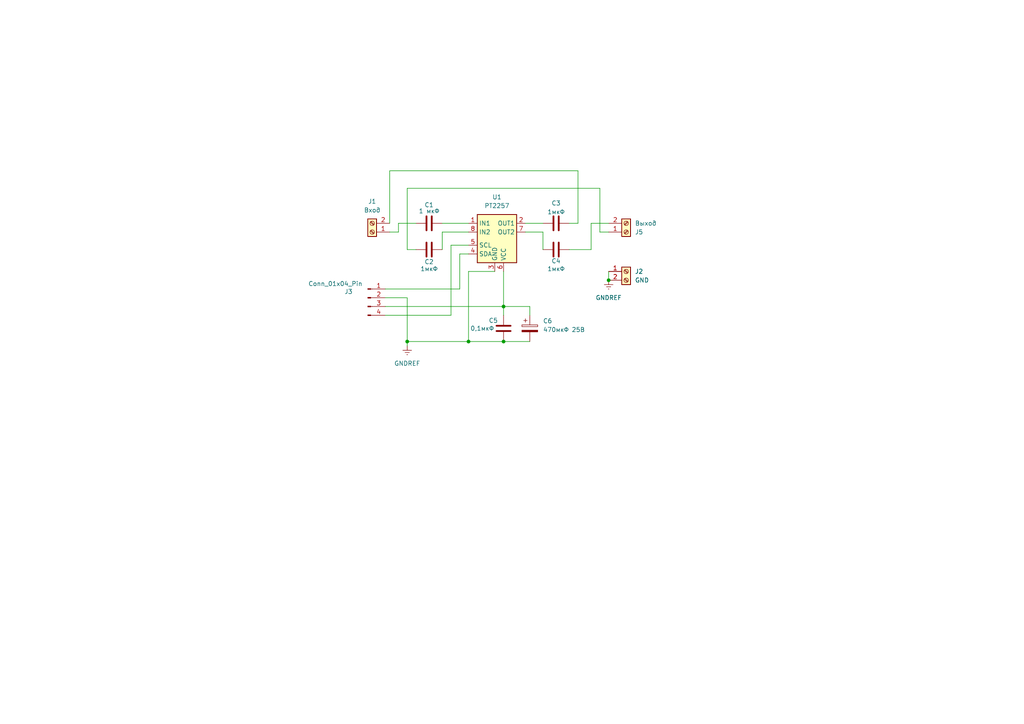
<source format=kicad_sch>
(kicad_sch (version 20250114) (generator "eeschema") (generator_version "9.0")
  (paper "A4")
  (lib_symbols
    (symbol "Connector:Conn_01x04_Pin" (pin_names (offset 1.016) (hide yes))
      (property "Reference" "J" (at 0 5.08 0))
      (property "Value" "Conn_01x04_Pin" (at 0 -7.62 0))
      (symbol "Conn_01x04_Pin_1_1"
        (rectangle (start 0.8636 2.667) (end 0 2.413) (stroke (width 0.1524)) (fill (type outline)))
        (rectangle (start 0.8636 0.127) (end 0 -0.127) (stroke (width 0.1524)) (fill (type outline)))
        (rectangle (start 0.8636 -2.413) (end 0 -2.667) (stroke (width 0.1524)) (fill (type outline)))
        (rectangle (start 0.8636 -4.953) (end 0 -5.207) (stroke (width 0.1524)) (fill (type outline)))
        (polyline (pts (xy 1.27 2.54) (xy 0.8636 2.54)) (stroke (width 0.1524)))
        (polyline (pts (xy 1.27 0) (xy 0.8636 0)) (stroke (width 0.1524)))
        (polyline (pts (xy 1.27 -2.54) (xy 0.8636 -2.54)) (stroke (width 0.1524)))
        (polyline (pts (xy 1.27 -5.08) (xy 0.8636 -5.08)) (stroke (width 0.1524)))
        (pin passive line (at 5.08 2.54 180) (length 3.81) (name "Pin_1") (number "1"))
        (pin passive line (at 5.08 0 180) (length 3.81) (name "Pin_2") (number "2"))
        (pin passive line (at 5.08 -2.54 180) (length 3.81) (name "Pin_3") (number "3"))
        (pin passive line (at 5.08 -5.08 180) (length 3.81) (name "Pin_4") (number "4"))
      )
    )
    (symbol "Connector:Screw_Terminal_01x02" (pin_names (offset 1.016) (hide yes))
      (property "Reference" "J" (at 0 2.54 0))
      (property "Value" "Screw_Terminal_01x02" (at 0 -5.08 0))
      (symbol "Screw_Terminal_01x02_1_1"
        (rectangle (start -1.27 1.27) (end 1.27 -3.81) (stroke (width 0.254)) (fill (type background)))
        (polyline (pts (xy -0.5334 0.3302) (xy 0.3302 -0.508)) (stroke (width 0.1524)))
        (polyline (pts (xy -0.5334 -2.2098) (xy 0.3302 -3.048)) (stroke (width 0.1524)))
        (polyline (pts (xy -0.3556 0.508) (xy 0.508 -0.3302)) (stroke (width 0.1524)))
        (polyline (pts (xy -0.3556 -2.032) (xy 0.508 -2.8702)) (stroke (width 0.1524)))
        (circle (center 0 0) (radius 0.635) (stroke (width 0.1524)))
        (circle (center 0 -2.54) (radius 0.635) (stroke (width 0.1524)))
        (pin passive line (at -5.08 0 0) (length 3.81) (name "Pin_1") (number "1"))
        (pin passive line (at -5.08 -2.54 0) (length 3.81) (name "Pin_2") (number "2"))
      )
    )
    (symbol "Device:C" (pin_numbers (hide yes)) (pin_names (offset 0.254))
      (property "Reference" "C" (at 0.635 2.54 0))
      (property "Value" "C" (at 0.635 -2.54 0))
      (symbol "C_0_1"
        (polyline (pts (xy -2.032 0.762) (xy 2.032 0.762)) (stroke (width 0.508)))
        (polyline (pts (xy -2.032 -0.762) (xy 2.032 -0.762)) (stroke (width 0.508)))
      )
      (symbol "C_1_1"
        (pin passive line (at 0 3.81 270) (length 2.794) (name "~") (number "1"))
        (pin passive line (at 0 -3.81 90) (length 2.794) (name "~") (number "2"))
      )
    )
    (symbol "Device:C_Polarized" (pin_numbers (hide yes)) (pin_names (offset 0.254))
      (property "Reference" "C" (at 0.635 2.54 0))
      (property "Value" "C_Polarized" (at 0.635 -2.54 0))
      (symbol "C_Polarized_0_1"
        (rectangle (start -2.286 0.508) (end 2.286 1.016))
        (polyline (pts (xy -1.778 2.286) (xy -0.762 2.286)))
        (polyline (pts (xy -1.27 2.794) (xy -1.27 1.778)))
        (rectangle (start 2.286 -0.508) (end -2.286 -1.016) (fill (type outline)))
      )
      (symbol "C_Polarized_1_1"
        (pin passive line (at 0 3.81 270) (length 2.794) (name "~") (number "1"))
        (pin passive line (at 0 -3.81 90) (length 2.794) (name "~") (number "2"))
      )
    )
    (symbol "power:GNDREF" (power) (pin_numbers (hide yes)) (pin_names (offset 0) (hide yes))
      (property "Value" "GNDREF" (at 0 -3.81 0))
      (symbol "GNDREF_0_1"
        (polyline (pts (xy -0.635 -1.905) (xy 0.635 -1.905)))
        (polyline (pts (xy -0.127 -2.54) (xy 0.127 -2.54)))
        (polyline (pts (xy 0 -1.27) (xy 0 0)))
        (polyline (pts (xy 1.27 -1.27) (xy -1.27 -1.27)))
      )
      (symbol "GNDREF_1_1"
        (pin power_in line (at 0 0 270) (length 0) (name "~") (number "1"))
      )
    )
    (symbol "svk-lybrary:PT2257"
      (property "Reference" "U" (at -8.89 16.51 0))
      (property "Value" "PT2257" (at -2.54 16.51 0))
      (symbol "PT2257_0_1"
        (rectangle (start -10.16 15.24) (end 1.27 1.27) (stroke (width 0.254)) (fill (type background)))
      )
      (symbol "PT2257_1_1"
        (pin input line (at -12.7 12.7 0) (length 2.54) (name "IN1") (number "1"))
        (pin input line (at -12.7 10.16 0) (length 2.54) (name "IN2") (number "8"))
        (pin bidirectional line (at -12.7 6.35 0) (length 2.54) (name "SCL") (number "5"))
        (pin bidirectional line (at -12.7 3.81 0) (length 2.54) (name "SDA") (number "4"))
        (pin power_in line (at -5.08 -1.27 90) (length 2.54) (name "GND") (number "3"))
        (pin power_in line (at -2.54 -1.27 90) (length 2.54) (name "VCC") (number "6"))
        (pin output line (at 3.81 12.7 180) (length 2.54) (name "OUT1") (number "2"))
        (pin output line (at 3.81 10.16 180) (length 2.54) (name "OUT2") (number "7"))
      )
    )
  )
  (junction (at 118.11 99.06))
  (junction (at 176.53 81.28))
  (junction (at 146.05 99.06))
  (junction (at 135.89 99.06))
  (junction (at 146.05 88.9))
  (wire (pts (xy 133.35 73.66) (xy 133.35 83.82)))
  (wire (pts (xy 146.05 88.9) (xy 153.67 88.9)))
  (wire (pts (xy 173.99 54.61) (xy 118.11 54.61)))
  (wire (pts (xy 118.11 72.39) (xy 120.65 72.39)))
  (wire (pts (xy 173.99 67.31) (xy 173.99 54.61)))
  (wire (pts (xy 118.11 99.06) (xy 135.89 99.06)))
  (wire (pts (xy 167.64 64.77) (xy 167.64 49.53)))
  (wire (pts (xy 118.11 100.33) (xy 118.11 99.06)))
  (wire (pts (xy 133.35 73.66) (xy 135.89 73.66)))
  (wire (pts (xy 146.05 88.9) (xy 146.05 91.44)))
  (wire (pts (xy 118.11 86.36) (xy 118.11 99.06)))
  (wire (pts (xy 171.45 64.77) (xy 176.53 64.77)))
  (wire (pts (xy 128.27 64.77) (xy 135.89 64.77)))
  (wire (pts (xy 135.89 99.06) (xy 146.05 99.06)))
  (wire (pts (xy 130.81 71.12) (xy 135.89 71.12)))
  (wire (pts (xy 152.4 67.31) (xy 157.48 67.31)))
  (wire (pts (xy 130.81 71.12) (xy 130.81 91.44)))
  (wire (pts (xy 146.05 99.06) (xy 153.67 99.06)))
  (wire (pts (xy 115.57 64.77) (xy 120.65 64.77)))
  (wire (pts (xy 146.05 78.74) (xy 146.05 88.9)))
  (wire (pts (xy 111.76 91.44) (xy 130.81 91.44)))
  (wire (pts (xy 176.53 78.74) (xy 176.53 81.28)))
  (wire (pts (xy 111.76 86.36) (xy 118.11 86.36)))
  (wire (pts (xy 118.11 54.61) (xy 118.11 72.39)))
  (wire (pts (xy 152.4 64.77) (xy 157.48 64.77)))
  (wire (pts (xy 165.1 64.77) (xy 167.64 64.77)))
  (wire (pts (xy 115.57 67.31) (xy 115.57 64.77)))
  (wire (pts (xy 111.76 83.82) (xy 133.35 83.82)))
  (wire (pts (xy 111.76 88.9) (xy 146.05 88.9)))
  (wire (pts (xy 113.03 49.53) (xy 113.03 64.77)))
  (wire (pts (xy 113.03 67.31) (xy 115.57 67.31)))
  (wire (pts (xy 157.48 67.31) (xy 157.48 72.39)))
  (wire (pts (xy 143.51 78.74) (xy 135.89 78.74)))
  (wire (pts (xy 173.99 67.31) (xy 176.53 67.31)))
  (wire (pts (xy 128.27 72.39) (xy 128.27 67.31)))
  (wire (pts (xy 128.27 67.31) (xy 135.89 67.31)))
  (wire (pts (xy 165.1 72.39) (xy 171.45 72.39)))
  (wire (pts (xy 171.45 72.39) (xy 171.45 64.77)))
  (wire (pts (xy 153.67 88.9) (xy 153.67 91.44)))
  (wire (pts (xy 167.64 49.53) (xy 113.03 49.53)))
  (wire (pts (xy 135.89 78.74) (xy 135.89 99.06)))
  (symbol (lib_id "Device:C") (at 124.46 64.77 270) (unit 1)
    (property "Reference" "C1" (at 124.46 59.436 90))
    (property "Value" "1 мкФ" (at 124.46 61.214 90))
    (property "Footprint" "Capacitor_THT:C_Rect_L7.0mm_W6.5mm_P5.00mm" (effects (hide yes)))
    (property "Description" "Unpolarized capacitor" (effects (hide yes)))
  )
  (symbol (lib_id "Device:C") (at 146.05 95.25 0) (unit 1)
    (property "Reference" "C5" (at 141.732 92.964 0) (effects (justify left)))
    (property "Value" "0,1мкФ" (at 136.398 95.25 0) (effects (justify left)))
    (property "Footprint" "Capacitor_THT:C_Rect_L7.0mm_W2.0mm_P5.00mm" (effects (hide yes)))
    (property "Description" "Unpolarized capacitor" (effects (hide yes)))
  )
  (symbol (lib_id "power:GNDREF") (at 118.11 100.33 0) (unit 1)
    (property "Reference" "#PWR01" (effects (hide yes)))
    (property "Value" "GNDREF" (at 118.11 105.41 0))
    (property "Description" "Power symbol creates a global label with name \"GNDREF\" , reference supply ground" (effects (hide yes)))
  )
  (symbol (lib_id "Connector:Conn_01x04_Pin") (at 106.68 86.36 0) (unit 1)
    (property "Reference" "J3" (at 101.092 84.582 0))
    (property "Value" "Conn_01x04_Pin" (at 97.282 82.296 0))
    (property "Footprint" "Connector_JST:JST_XH_B4B-XH-A_1x04_P2.50mm_Vertical" (effects (hide yes)))
    (property "Description" "Generic connector, single row, 01x04, script generated" (effects (hide yes)))
  )
  (symbol (lib_id "Device:C_Polarized") (at 153.67 95.25 0) (unit 1)
    (property "Reference" "C6" (at 157.48 93.0909 0) (effects (justify left)))
    (property "Value" "470мкФ 25В" (at 157.48 95.6309 0) (effects (justify left)))
    (property "Footprint" "Capacitor_THT:CP_Radial_D8.0mm_P3.50mm" (effects (hide yes)))
    (property "Description" "Polarized capacitor" (effects (hide yes)))
  )
  (symbol (lib_id "Connector:Screw_Terminal_01x02") (at 181.61 67.31 0) (mirror x) (unit 1)
    (property "Reference" "J5" (at 184.15 67.3101 0) (effects (justify left)))
    (property "Value" "Выход" (at 184.15 64.7701 0) (effects (justify left)))
    (property "Footprint" "TerminalBlock:TerminalBlock_bornier-2_P5.08mm" (effects (hide yes)))
    (property "Description" "Generic screw terminal, single row, 01x02, script generated (kicad-library-utils/schlib/autogen/connector/)" (effects (hide yes)))
  )
  (symbol (lib_id "Device:C") (at 124.46 72.39 270) (unit 1)
    (property "Reference" "C2" (at 124.46 75.946 90))
    (property "Value" "1мкФ" (at 124.46 77.978 90))
    (property "Footprint" "Capacitor_THT:C_Rect_L7.0mm_W6.5mm_P5.00mm" (effects (hide yes)))
    (property "Description" "Unpolarized capacitor" (effects (hide yes)))
  )
  (symbol (lib_id "Device:C") (at 161.29 72.39 270) (unit 1)
    (property "Reference" "C4" (at 161.29 75.692 90))
    (property "Value" "1мкФ" (at 161.29 77.978 90))
    (property "Footprint" "Capacitor_THT:C_Rect_L7.0mm_W6.5mm_P5.00mm" (effects (hide yes)))
    (property "Description" "Unpolarized capacitor" (effects (hide yes)))
  )
  (symbol (lib_id "Device:C") (at 161.29 64.77 270) (unit 1)
    (property "Reference" "C3" (at 161.29 58.928 90))
    (property "Value" "1мкФ" (at 161.29 61.468 90))
    (property "Footprint" "Capacitor_THT:C_Rect_L7.0mm_W6.5mm_P5.00mm" (effects (hide yes)))
    (property "Description" "Unpolarized capacitor" (effects (hide yes)))
  )
  (symbol (lib_id "power:GNDREF") (at 176.53 81.28 0) (unit 1)
    (property "Reference" "#PWR02" (effects (hide yes)))
    (property "Value" "GNDREF" (at 176.53 86.36 0))
    (property "Description" "Power symbol creates a global label with name \"GNDREF\" , reference supply ground" (effects (hide yes)))
  )
  (symbol (lib_id "svk-lybrary:PT2257") (at 148.59 77.47 0) (unit 1)
    (property "Reference" "U1" (at 144.145 57.15 0))
    (property "Value" "PT2257" (at 144.145 59.69 0))
    (property "Footprint" "Package_DIP:DIP-8_W7.62mm" (effects (hide yes)))
    (property "Datasheet" "http://www.princeton.com.tw/Portals/0/Product/PT2258-s.pdf" (effects (hide yes)))
    (property "Description" "2-Channel Electronic Volume Controller, DIP-8" (effects (hide yes)))
  )
  (symbol (lib_id "Connector:Screw_Terminal_01x02") (at 107.95 67.31 180) (unit 1)
    (property "Reference" "J1" (at 107.95 58.42 0))
    (property "Value" "Вход" (at 107.95 60.96 0))
    (property "Footprint" "TerminalBlock:TerminalBlock_bornier-2_P5.08mm" (effects (hide yes)))
    (property "Description" "Generic screw terminal, single row, 01x02, script generated (kicad-library-utils/schlib/autogen/connector/)" (effects (hide yes)))
  )
  (symbol (lib_id "Connector:Screw_Terminal_01x02") (at 181.61 78.74 0) (unit 1)
    (property "Reference" "J2" (at 184.15 78.7399 0) (effects (justify left)))
    (property "Value" "GND" (at 184.15 81.2799 0) (effects (justify left)))
    (property "Footprint" "TerminalBlock:TerminalBlock_bornier-2_P5.08mm" (effects (hide yes)))
    (property "Description" "Generic screw terminal, single row, 01x02, script generated (kicad-library-utils/schlib/autogen/connector/)" (effects (hide yes)))
  )
)
</source>
